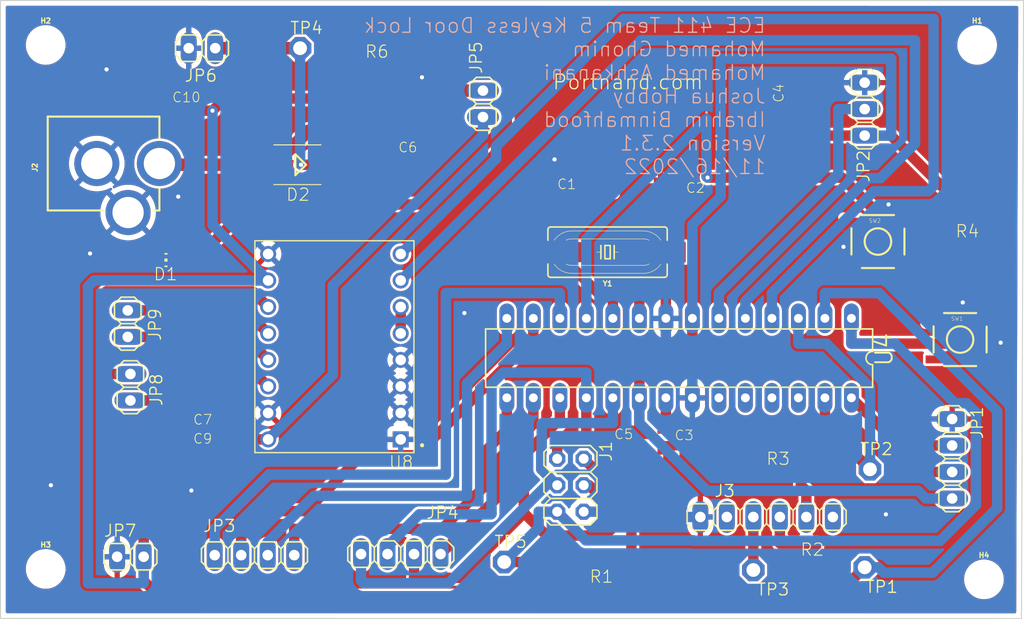
<source format=kicad_pcb>
(kicad_pcb (version 20211014) (generator pcbnew)
  (title_block (title "Keypad Door Lock PCB") (date "2022-11-16") (rev "2.3.1") (company "ECE 411 Team 5 Practicum"))
  (layers (0 "F.Cu" signal) (31 "B.Cu" signal) (34 "B.Paste" user) (35 "F.Paste" user) (36 "B.SilkS" user "B.Silkscreen") (37 "F.SilkS" user "F.Silkscreen") (38 "B.Mask" user) (39 "F.Mask" user) (44 "Edge.Cuts" user))
  (net 0 "")
  (net 1 "+5V")
  (net 2 "GND")
  (net 3 "Net-(C6-Pad1)")
  (net 4 "Net-(C9-Pad1)")
  (net 5 "Net-(J1-Pad5)")
  (net 6 "Net-(J3-Pad4)")
  (net 7 "Net-(C2-Pad2)")
  (net 8 "Net-(C1-Pad2)")
  (net 9 "Net-(J3-Pad5)")
  (net 10 "Net-(JP3-Pad4)")
  (net 11 "Net-(JP3-Pad3)")
  (net 12 "Net-(JP3-Pad2)")
  (net 13 "Net-(JP3-Pad1)")
  (net 14 "Net-(C3-Pad1)")
  (net 19 "Net-(D1-PadA)")
  (net 20 "Net-(JP4-Pad4)")
  (net 21 "Net-(J1-Pad4)")
  (net 22 "Net-(J1-Pad1)")
  (net 23 "Net-(U8-Pad5)")
  (net 24 "Net-(J1-Pad3)")
  (net 25 "Net-(JP1-Pad3)")
  (net 26 "Net-(JP1-Pad2)")
  (net 27 "Net-(JP8-Pad2)")
  (net 28 "Net-(JP9-Pad1)")
  (net 29 "Net-(JP9-Pad2)")
  (net 30 "Net-(JP8-Pad1)")
  (net 31 "+12V")
  (net 34 "Net-(J3-Pad3)")
  (net 35 "Net-(JP2-Pad2)")
  (net 36 "Net-(R2-Pad1)")
  (net 37 "Net-(R3-Pad1)")
  (net 38 "Net-(R4-Pad2)")
  (net 39 "Net-(U4-Pad4)")
  (net 40 "Net-(U4-Pad5)")
  (footprint "Keyless_Door:P1-13" (layer "F.Cu") (at 178.308 101.6)
    (fp_text reference "TP3")
    (fp_text value "Testpoint")
  )
  (footprint "Keyless_Door:1X03" (layer "F.Cu") (at 188.976 57.404 90)
    (fp_text reference "JP2")
    (fp_text value "Gnd&Input&Vcc5")
  )
  (footprint "Keyless_Door:R0805" (layer "F.Cu") (at 180.2638 91.9988)
    (fp_text reference "R3")
    (fp_text value "1K")
  )
  (footprint "Keyless_Door:2X03" (layer "F.Cu") (at 160.782 93.472 -90)
    (property "Value" "")
    (fp_text reference "J1")
    (fp_text value "3x2 ICSP_PINS")
  )
  (footprint "Keyless_Door:1X04" (layer "F.Cu") (at 144.526 100.076)
    (fp_text reference "JP4")
    (fp_text value "1X4 KEYPAD_PINS2")
  )
  (footprint "Keyless_Door:C0805K" (layer "F.Cu") (at 144.78 62.738)
    (fp_text reference "C6")
    (fp_text value "10u")
  )
  (footprint "Keyless_Door:C0805K" (layer "F.Cu") (at 128.27 86.614)
    (fp_text reference "C7")
    (fp_text value "100u")
  )
  (footprint "Keyless_Door:C0805K" (layer "F.Cu") (at 123.8348 57.5564 180)
    (fp_text reference "C10")
    (fp_text value "100n")
  )
  (footprint "Keyless_Door:P1-13" (layer "F.Cu") (at 134.874 51.562)
    (fp_text reference "TP4")
    (fp_text value "Testpoint")
  )
  (footprint "Keyless_Door:P1-13" (layer "F.Cu") (at 154.432 100.838)
    (fp_text reference "TP5")
    (fp_text value "Testpoint")
  )
  (footprint "Keyless_Door:C0805K" (layer "F.Cu") (at 170.418 64.77)
    (fp_text reference "C2")
    (fp_text value "30p")
  )
  (footprint "Keyless_Door:STAND-OFF" (layer "F.Cu") (at 110.5 101.5)
    (fp_text reference "H3")
    (fp_text value "STAND-OFF")
  )
  (footprint "Keyless_Door:R0805" (layer "F.Cu") (at 160.528 100.711 180)
    (fp_text reference "R1")
    (fp_text value "10K")
  )
  (footprint "Keyless_Door:C0805K" (layer "F.Cu") (at 163.3634 64.7446 180)
    (fp_text reference "C1")
    (fp_text value "30p")
  )
  (footprint "Keyless_Door:CHIP-LED0805" (layer "F.Cu") (at 122.174 71.882 90)
    (property "Value" "")
    (fp_text reference "D1")
    (fp_text value "LED")
  )
  (footprint "Keyless_Door:TACTILE_SWITCH_SMD" (layer "F.Cu") (at 198.12 79.502)
    (fp_text reference "SW1")
    (fp_text value "!Reset")
  )
  (footprint "Keyless_Door:C0805K" (layer "F.Cu") (at 128.302 89.0778 180)
    (fp_text reference "C9")
    (fp_text value "100u")
  )
  (footprint "Keyless_Door:MODULE_A4988_STEPPER_MOTOR_DRIVER_CARRIER" (layer "F.Cu") (at 138.1666 80.1878 180)
    (fp_text reference "U8")
    (fp_text value "A4988_STEPPER_MOTOR_DRIVER_CARRIER")
  )
  (footprint "Keyless_Door:HC49UP" (layer "F.Cu") (at 164.338 71.12 180)
    (fp_text reference "Y1")
    (fp_text value "16MHz")
  )
  (footprint "Keyless_Door:C0805K" (layer "F.Cu") (at 167.386 89.392 -90)
    (fp_text reference "C5")
    (fp_text value "100n")
  )
  (footprint "Keyless_Door:C0805K" (layer "F.Cu") (at 169.926 88.884 -90)
    (fp_text reference "C3")
    (fp_text value "100n")
  )
  (footprint "Keyless_Door:1X02" (layer "F.Cu") (at 152.4 56.896 90)
    (fp_text reference "JP5")
    (fp_text value "VOMT&12V")
  )
  (footprint "Keyless_Door:STAND-OFF" (layer "F.Cu") (at 199.75 51.25)
    (fp_text reference "H1")
    (fp_text value "STAND-OFF")
  )
  (footprint "Keyless_Door:1X04" (layer "F.Cu") (at 197.358 90.932 -90)
    (fp_text reference "JP1")
    (fp_text value "1x4 LCD_PINS")
  )
  (footprint "Keyless_Door:R0805" (layer "F.Cu") (at 141.666 53.848)
    (fp_text reference "R6")
    (fp_text value "1k")
  )
  (footprint "Keyless_Door:1X02" (layer "F.Cu") (at 118.618 84.074 90)
    (fp_text reference "JP8")
    (fp_text value "SM_P14&P11")
  )
  (footprint "Keyless_Door:1X06" (layer "F.Cu") (at 179.578 96.52)
    (property "Value" "")
    (fp_text reference "J3")
    (fp_text value "1x6 FTDL_PINS")
  )
  (footprint "Keyless_Door:TACTILE_SWITCH_SMD" (layer "F.Cu") (at 190.246 70.104)
    (fp_text reference "SW2")
    (fp_text value "Open")
  )
  (footprint "Keyless_Door:C0805K" (layer "F.Cu") (at 181.864 55.88 90)
    (fp_text reference "C4")
    (fp_text value "100n")
  )
  (footprint "Keyless_Door:R0805" (layer "F.Cu") (at 198.882 70.612 180)
    (fp_text reference "R4")
    (fp_text value "10K")
  )
  (footprint "Keyless_Door:1X02" (layer "F.Cu") (at 125.476 51.562 180)
    (fp_text reference "JP6")
    (fp_text value "InGND&In12")
  )
  (footprint "Keyless_Door:STAND-OFF" (layer "F.Cu") (at 110.5 51.25)
    (fp_text reference "H2")
    (fp_text value "STAND-OFF")
  )
  (footprint "Keyless_Door:R0805" (layer "F.Cu") (at 183.388 101.6)
    (fp_text reference "R2")
    (fp_text value "1K")
  )
  (footprint "Keyless_Door:P1-13" (layer "F.Cu") (at 188.976 101.346)
    (fp_text reference "TP1")
    (fp_text value "Testpoint")
  )
  (footprint "Keyless_Door:STAND-OFF" (layer "F.Cu") (at 200.406 102.5)
    (fp_text reference "H4")
    (fp_text value "STAND-OFF")
  )
  (footprint "Keyless_Door:DIL28-3" (layer "F.Cu") (at 171.196 81.28 180)
    (fp_text reference "U4")
    (fp_text value "ATMEGA328P-PU")
  )
  (footprint "Keyless_Door:P1-13" (layer "F.Cu") (at 189.484 91.948)
    (fp_text reference "TP2")
    (fp_text value "Testpoint")
  )
  (footprint "Keyless_Door:SMB" (layer "F.Cu") (at 134.62 62.738 180)
    (property "Value" "")
    (fp_text reference "D2")
    (fp_text value "M7")
  )
  (footprint "Keyless_Door:1X02" (layer "F.Cu") (at 118.364 77.978 -90)
    (fp_text reference "JP9")
    (fp_text value "SM_P12&P13")
  )
  (footprint "Keyless_Door:1X04" (layer "F.Cu") (at 130.5052 100.1776 180)
    (fp_text reference "JP3")
    (fp_text value "1X4 KEYPAD_PINS1")
  )
  (footprint "Keyless_Door:1X02" (layer "F.Cu") (at 118.618 100.33)
    (fp_text reference "JP7")
    (fp_text value "OutGND&Out5")
  )
  (footprint "Keyless_Door:POWER_JACK_PTH" (layer "F.Cu") (at 107.6955 62.6213 -90)
    (property "Value" "")
    (fp_text reference "J2")
    (fp_text value "Power Jack")
  )
  (gr_line (start 204 106.26) (end 106.172 106.25) (layer "Edge.Cuts") (width 0.1))
  (gr_line (start 106.172 46.99) (end 204.2 47) (layer "Edge.Cuts") (width 0.1))
  (gr_line (start 204.2 47) (end 204 106.26) (layer "Edge.Cuts") (width 0.1))
  (gr_line (start 106.172 106.25) (end 106.172 46.99) (layer "Edge.Cuts") (width 0.1))
  (gr_text "ECE 411 Team 5 Keyless Door Lock\nMohamed Ghonim\nMohamed Ashkanani\nJoshua Hobby\nIbrahim Binmahfood\nVersion 2.3.1\n11/16/2022" (at 179.578 63.754) (layer "B.SilkS") (effects (font (size 1.40208 1.40208) (thickness 0.12192)) (justify left bottom mirror)))
  (gr_text "Portnand.com" (at 159.004 55.626) (layer "F.SilkS") (effects (font (size 1.40208 1.40208) (thickness 0.12192)) (justify left bottom)))
  (segment (start 166.624 100.711) (end 166.624 95.504) (width 1) (layer "F.Cu") (net 1))
  (segment (start 124.835 57.5564) (end 126.485 57.5564) (width 1) (layer "F.Cu") (net 1))
  (segment (start 183.278 59.944) (end 188.976 59.944) (width 1) (layer "F.Cu") (net 1))
  (segment (start 127.653 56.388) (end 126.485 57.5564) (width 1) (layer "F.Cu") (net 1))
  (segment (start 169.691 82.6676) (end 172.466 79.8924) (width 1) (layer "F.Cu") (net 1))
  (segment (start 119.888 102.632) (end 121.396 104.14) (width 1) (layer "F.Cu") (net 1))
  (segment (start 181.864 58.53) (end 183.278 59.944) (width 1) (layer "F.Cu") (net 1))
  (segment (start 181.864 56.88) (end 181.864 58.53) (width 1) (layer "F.Cu") (net 1))
  (segment (start 167.386 82.6676) (end 169.691 82.6676) (width 1) (layer "F.Cu") (net 1))
  (segment (start 129.27 84.1128) (end 126.1992 84.1128) (width 1) (layer "F.Cu") (net 1))
  (segment (start 142.616 54.856) (end 141.084 56.388) (width 1) (layer "F.Cu") (net 1))
  (segment (start 172.466 79.8924) (end 172.466 77.47) (width 1) (layer "F.Cu") (net 1))
  (segment (start 125.476 84.836) (end 125.448576 84.836) (width 1) (layer "F.Cu") (net 1))
  (segment (start 191.5 59.944) (end 199.832 68.276) (width 1) (layer "F.Cu") (net 1))
  (segment (start 164.208 93.088) (end 162.052 90.932) (width 1) (layer "F.Cu") (net 1))
  (segment (start 166.428 88.392) (end 164.208 90.612) (width 1) (layer "F.Cu") (net 1))
  (segment (start 199.832 68.276) (end 199.832 70.612) (width 1) (layer "F.Cu") (net 1))
  (segment (start 164.208 90.612) (end 164.208 93.088) (width 1) (layer "F.Cu") (net 1))
  (segment (start 161.478 102.461) (end 161.478 100.711) (width 1) (layer "F.Cu") (net 1))
  (segment (start 119.888 100.33) (end 119.888 102.632) (width 1) (layer "F.Cu") (net 1))
  (segment (start 166.624 95.504) (end 164.208 93.088) (width 1) (layer "F.Cu") (net 1))
  (segment (start 188.976 59.944) (end 191.5 59.944) (width 1) (layer "F.Cu") (net 1))
  (segment (start 161.478 100.711) (end 166.624 100.711) (width 1) (layer "F.Cu") (net 1))
  (segment (start 125.448576 84.836) (end 119.888 90.396576) (width 1) (layer "F.Cu") (net 1))
  (segment (start 126.1992 84.1128) (end 125.476 84.836) (width 1) (layer "F.Cu") (net 1))
  (segment (start 129.27 86.614) (end 129.27 84.1128) (width 1) (layer "F.Cu") (net 1))
  (segment (start 121.396 104.14) (end 159.799 104.14) (width 1) (layer "F.Cu") (net 1))
  (segment (start 142.616 53.848) (end 142.616 54.856) (width 1) (layer "F.Cu") (net 1))
  (segment (start 124.835 57.5564) (end 124.8348 57.5564) (width 1) (layer "F.Cu") (net 1))
  (segment (start 167.386 88.392) (end 166.428 88.392) (width 1) (layer "F.Cu") (net 1))
  (segment (start 141.084 56.388) (end 127.653 56.388) (width 1) (layer "F.Cu") (net 1))
  (segment (start 119.888 90.396576) (end 119.888 100.33) (width 1) (layer "F.Cu") (net 1))
  (segment (start 167.386 88.392) (end 167.386 85.09) (width 1) (layer "F.Cu") (net 1))
  (segment (start 167.386 85.09) (end 167.386 82.6676) (width 1) (layer "F.Cu") (net 1))
  (segment (start 159.799 104.14) (end 161.478 102.461) (width 1) (layer "F.Cu") (net 1))
  (via (at 126.485 57.5564) (size 0.8) (drill 0.4) (layers "F.Cu" "B.Cu") (net 1))
  (segment (start 175.172 65.781324) (end 175.172 52.578) (width 1) (layer "B.Cu") (net 1))
  (segment (start 172.466 77.47) (end 172.466 68.487324) (width 1) (layer "B.Cu") (net 1))
  (segment (start 115.1382 73.8378) (end 114.546 74.43) (width 1) (layer "B.Cu") (net 1))
  (segment (start 194.834 94.742) (end 197.358 94.742) (width 1) (layer "B.Cu") (net 1))
  (segment (start 114.546 74.43) (end 114.546 100.433948) (width 1) (layer "B.Cu") (net 1))
  (segment (start 114.554 102.87) (end 119.888 102.87) (width 1) (layer "B.Cu") (net 1))
  (segment (start 131.8168 73.8376) (end 126.485 68.5061) (width 1) (layer "B.Cu") (net 1))
  (segment (start 167.386 87.5124) (end 173.886 94.0121) (width 1) (layer "B.Cu") (net 1))
  (segment (start 114.554 100.441948) (end 114.554 102.87) (width 1) (layer "B.Cu") (net 1))
  (segment (start 119.888 102.87) (end 119.888 100.33) (width 1) (layer "B.Cu") (net 1))
  (segment (start 172.466 68.487324) (end 175.172 65.781324) (width 1) (layer "B.Cu") (net 1))
  (segment (start 173.886 94.0121) (end 194.104 94.0121) (width 1) (layer "B.Cu") (net 1))
  (segment (start 126.485 68.5061) (end 126.485 57.5564) (width 1) (layer "B.Cu") (net 1))
  (segment (start 191.516 59.944) (end 188.976 59.944) (width 1) (layer "B.Cu") (net 1))
  (segment (start 191.516 52.578) (end 191.516 59.944) (width 1) (layer "B.Cu") (net 1))
  (segment (start 175.172 52.578) (end 191.516 52.578) (width 1) (layer "B.Cu") (net 1))
  (segment (start 131.8166 73.8378) (end 131.8168 73.8376) (width 1) (layer "B.Cu") (net 1))
  (segment (start 131.8166 73.8378) (end 115.1382 73.8378) (width 1) (layer "B.Cu") (net 1))
  (segment (start 194.104 94.0121) (end 194.834 94.742) (width 1) (layer "B.Cu") (net 1))
  (segment (start 167.386 85.09) (end 167.386 87.5124) (width 1) (layer "B.Cu") (net 1))
  (segment (start 114.546 100.433948) (end 114.554 100.441948) (width 1) (layer "B.Cu") (net 1))
  (segment (start 169.926 75.0476) (end 170.0436 74.93) (width 1) (layer "F.Cu") (net 2))
  (segment (start 170.0436 74.93) (end 173.736 74.93) (width 1) (layer "F.Cu") (net 2))
  (segment (start 187.325 68.58) (end 187.706 68.199) (width 1) (layer "F.Cu") (net 2))
  (segment (start 144.517 89.0778) (end 144.5166 89.0778) (width 1) (layer "F.Cu") (net 2))
  (segment (start 169.926 77.47) (end 169.926 75.0476) (width 1) (layer "F.Cu") (net 2))
  (segment (start 173.736 74.93) (end 180.086 68.58) (width 1) (layer "F.Cu") (net 2))
  (segment (start 121.124 71.882) (end 121.124 72.0072) (width 1) (layer "F.Cu") (net 2))
  (segment (start 172.466 85.09) (end 172.466 85.7124) (width 1) (layer "F.Cu") (net 2))
  (segment (start 180.086 68.58) (end 187.325 68.58) (width 1) (layer "F.Cu") (net 2))
  (segment (start 122.835 57.5564) (end 122.8348 57.5564) (width 1) (layer "F.Cu") (net 2))
  (via (at 191.262 66.548) (size 0.8) (drill 0.4) (layers "F.Cu" "B.Cu") (net 2))
  (via (at 116.332 53.594) (size 0.8) (drill 0.4) (layers "F.Cu" "B.Cu") (net 2))
  (via (at 123.2 65.8) (size 0.8) (drill 0.4) (layers "F.Cu" "B.Cu") (net 2))
  (via (at 110.998 93.472) (size 0.8) (drill 0.4) (layers "F.Cu" "B.Cu") (net 2))
  (via (at 159.258 62.23) (size 0.8) (drill 0.4) (layers "F.Cu" "B.Cu") (net 2))
  (via (at 198.374 75.946) (size 0.8) (drill 0.4) (layers "F.Cu" "B.Cu") (net 2))
  (via (at 186.944 70.612) (size 0.8) (drill 0.4) (layers "F.Cu" "B.Cu") (net 2))
  (via (at 202 79.8) (size 0.8) (drill 0.4) (layers "F.Cu" "B.Cu") (net 2))
  (via (at 124.46 93.98) (size 0.8) (drill 0.4) (layers "F.Cu" "B.Cu") (net 2))
  (via (at 191.008 96.266) (size 0.8) (drill 0.4) (layers "F.Cu" "B.Cu") (net 2))
  (via (at 114.75 71.25) (size 0.8) (drill 0.4) (layers "F.Cu" "B.Cu") (net 2))
  (via (at 146.558 54.356) (size 0.8) (drill 0.4) (layers "F.Cu" "B.Cu") (net 2))
  (via (at 150.622 76.962) (size 0.8) (drill 0.4) (layers "F.Cu" "B.Cu") (net 2))
  (segment (start 163.828 96.012) (end 162.052 96.012) (width 1) (layer "B.Cu") (net 2))
  (segment (start 169.926 79.8924) (end 172.466 82.4324) (width 1) (layer "B.Cu") (net 2))
  (segment (start 169.926 77.47) (end 169.926 79.8924) (width 1) (layer "B.Cu") (net 2))
  (segment (start 164.336 96.52) (end 163.828 96.012) (width 1) (layer "B.Cu") (net 2))
  (segment (start 173.228 96.52) (end 164.336 96.52) (width 1) (layer "B.Cu") (net 2))
  (segment (start 172.466 82.4324) (end 172.466 85.09) (width 1) (layer "B.Cu") (net 2))
  (segment (start 136.82 62.738) (end 134.966 62.738) (width 1) (layer "F.Cu") (net 3))
  (segment (start 143.78 62.738) (end 136.82 62.738) (width 1) (layer "F.Cu") (net 3))
  (segment (start 134.874 51.562) (end 126.746 51.562) (width 1.2) (layer "F.Cu") (net 3))
  (via (at 134.966 62.738) (size 0.8) (drill 0.4) (layers "F.Cu" "B.Cu") (net 3))
  (segment (start 134.874 51.562) (end 134.874 62.646) (width 1) (layer "B.Cu") (net 3))
  (segment (start 134.874 62.646) (end 134.966 62.738) (width 1) (layer "B.Cu") (net 3))
  (segment (start 131.8166 89.0778) (end 129.302 89.0778) (width 1) (layer "F.Cu") (net 4))
  (segment (start 152.4 58.166) (end 152.4 59.928) (width 1) (layer "B.Cu") (net 4))
  (segment (start 138.014 82.8799) (end 131.817 89.0778) (width 1) (layer "B.Cu") (net 4))
  (segment (start 138.014 74.3135) (end 138.014 82.8799) (width 1) (layer "B.Cu") (net 4))
  (segment (start 152.4 59.928) (end 138.014 74.3135) (width 1) (layer "B.Cu") (net 4))
  (segment (start 131.8166 89.0778) (end 131.817 89.0778) (width 1) (layer "B.Cu") (net 4))
  (segment (start 200.66 77.597) (end 198.898 77.597) (width 1) (layer "F.Cu") (net 5))
  (segment (start 196.6026 79.8924) (end 187.706 79.8924) (width 1) (layer "F.Cu") (net 5))
  (segment (start 157.928 100.711) (end 159.578 100.711) (width 1) (layer "F.Cu") (net 5))
  (segment (start 187.706 79.8924) (end 187.706 77.47) (width 1) (layer "F.Cu") (net 5))
  (segment (start 157.801 100.838) (end 157.928 100.711) (width 1) (layer "F.Cu") (net 5))
  (segment (start 154.432 100.838) (end 157.801 100.838) (width 1) (layer "F.Cu") (net 5))
  (segment (start 198.898 77.597) (end 196.6026 79.8924) (width 1) (layer "F.Cu") (net 5))
  (segment (start 199.636 86.494052) (end 199.636 95.369948) (width 1) (layer "B.Cu") (net 5))
  (segment (start 187.706 79.8924) (end 191.9064 79.8924) (width 1) (layer "B.Cu") (net 5))
  (segment (start 187.706 77.47) (end 187.706 79.8924) (width 1) (layer "B.Cu") (net 5))
  (segment (start 172.565552 98.7635) (end 162.264 98.7635) (width 1) (layer "B.Cu") (net 5))
  (segment (start 191.9064 79.8924) (end 197.62 85.606) (width 1) (layer "B.Cu") (net 5))
  (segment (start 154.432 100.838) (end 157.736 97.5345) (width 1) (layer "B.Cu") (net 5))
  (segment (start 172.600052 98.798) (end 172.565552 98.7635) (width 1) (layer "B.Cu") (net 5))
  (segment (start 199.636 95.369948) (end 196.207948 98.798) (width 1) (layer "B.Cu") (net 5))
  (segment (start 157.736 96.012) (end 159.512 96.012) (width 1) (layer "B.Cu") (net 5))
  (segment (start 197.62 85.606) (end 198.747948 85.606) (width 1) (layer "B.Cu") (net 5))
  (segment (start 198.747948 85.606) (end 199.636 86.494052) (width 1) (layer "B.Cu") (net 5))
  (segment (start 162.264 98.7635) (end 159.512 96.012) (width 1) (layer "B.Cu") (net 5))
  (segment (start 196.207948 98.798) (end 172.600052 98.798) (width 1) (layer "B.Cu") (net 5))
  (segment (start 157.736 97.5345) (end 157.736 96.012) (width 1) (layer "B.Cu") (net 5))
  (segment (start 184.388 99.044) (end 184.404 99.06) (width 1) (layer "F.Cu") (net 6))
  (segment (start 180.848 99.044) (end 184.388 99.044) (width 1) (layer "F.Cu") (net 6))
  (segment (start 184.338 99.126) (end 184.338 101.6) (width 1) (layer "F.Cu") (net 6))
  (segment (start 184.404 99.06) (end 184.338 99.126) (width 1) (layer "F.Cu") (net 6))
  (segment (start 180.848 99.044) (end 180.848 96.52) (width 1) (layer "F.Cu") (net 6))
  (segment (start 167.386 72.898) (end 169.164 71.12) (width 1) (layer "F.Cu") (net 7))
  (segment (start 171.418 66.326) (end 171.418 64.77) (width 1) (layer "F.Cu") (net 7))
  (segment (start 167.386 77.47) (end 167.386 72.898) (width 1) (layer "F.Cu") (net 7))
  (segment (start 169.164 68.58) (end 171.418 66.326) (width 1) (layer "F.Cu") (net 7))
  (segment (start 169.164 71.12) (end 169.164 68.58) (width 1) (layer "F.Cu") (net 7))
  (segment (start 164.846 75.0476) (end 163.4396 75.0476) (width 1) (layer "F.Cu") (net 8))
  (segment (start 162.363 65.6446) (end 162.3634 65.6442) (width 1) (layer "F.Cu") (net 8))
  (segment (start 162.363 64.7446) (end 162.363 65.6446) (width 1) (layer "F.Cu") (net 8))
  (segment (start 163.4396 75.0476) (end 159.512 71.12) (width 1) (layer "F.Cu") (net 8))
  (segment (start 164.846 77.47) (end 164.846 75.0476) (width 1) (layer "F.Cu") (net 8))
  (segment (start 162.3634 65.6442) (end 162.3634 64.7446) (width 1) (layer "F.Cu") (net 8))
  (segment (start 159.512 68.4956) (end 162.363 65.6446) (width 1) (layer "F.Cu") (net 8))
  (segment (start 159.512 71.12) (end 159.512 68.4956) (width 1) (layer "F.Cu") (net 8))
  (segment (start 183.388 96.52) (end 183.388 93.996) (width 1) (layer "F.Cu") (net 9))
  (segment (start 183.388 93.996) (end 182.864 93.4718) (width 1) (layer "F.Cu") (net 9))
  (segment (start 182.864 93.4718) (end 182.864 91.9988) (width 1) (layer "F.Cu") (net 9))
  (segment (start 182.864 91.9988) (end 181.214 91.9988) (width 1) (layer "F.Cu") (net 9))
  (segment (start 181.214 91.9988) (end 181.2138 91.9988) (width 1) (layer "F.Cu") (net 9))
  (segment (start 126.695 97.6536) (end 131.8926 92.456) (width 1) (layer "B.Cu") (net 10))
  (segment (start 131.8926 92.456) (end 148.844 92.456) (width 1) (layer "B.Cu") (net 10))
  (segment (start 148.844 92.456) (end 148.844 75.0476) (width 1) (layer "B.Cu") (net 10))
  (segment (start 148.844 75.0476) (end 159.766 75.0476) (width 1) (layer "B.Cu") (net 10))
  (segment (start 126.695 100.178) (end 126.695 98.9158) (width 1) (layer "B.Cu") (net 10))
  (segment (start 126.695 98.9158) (end 126.6952 98.916) (width 1) (layer "B.Cu") (net 10))
  (segment (start 126.6952 98.916) (end 126.6952 100.1776) (width 1) (layer "B.Cu") (net 10))
  (segment (start 159.766 75.0476) (end 159.766 77.47) (width 1) (layer "B.Cu") (net 10))
  (segment (start 126.695 98.9158) (end 126.695 97.6536) (width 1) (layer "B.Cu") (net 10))
  (segment (start 140.7972 90.5968) (end 135.4379 95.9561) (width 1) (layer "F.Cu") (net 11))
  (segment (start 146.0356 90.5968) (end 140.7972 90.5968) (width 1) (layer "F.Cu") (net 11))
  (segment (start 129.2352 98.916) (end 129.2352 100.1776) (width 1) (layer "F.Cu") (net 11))
  (segment (start 157.226 77.47) (end 157.226 79.8924) (width 1) (layer "F.Cu") (net 11))
  (segment (start 135.4379 95.9561) (end 130.933 95.9561) (width 1) (layer "F.Cu") (net 11))
  (segment (start 129.235 98.9158) (end 129.2352 98.916) (width 1) (layer "F.Cu") (net 11))
  (segment (start 129.235 97.6536) (end 129.235 98.9158) (width 1) (layer "F.Cu") (net 11))
  (segment (start 157.226 79.8924) (end 156.74 79.8924) (width 1) (layer "F.Cu") (net 11))
  (segment (start 130.933 95.9561) (end 129.235 97.6536) (width 1) (layer "F.Cu") (net 11))
  (segment (start 129.235 98.9158) (end 129.235 100.178) (width 1) (layer "F.Cu") (net 11))
  (segment (start 156.74 79.8924) (end 146.0356 90.5968) (width 1) (layer "F.Cu") (net 11))
  (segment (start 136.2028 94.488) (end 131.775 98.9158) (width 1) (layer "B.Cu") (net 12))
  (segment (start 150.876 83.7024) (end 150.876 94.488) (width 1) (layer "B.Cu") (net 12))
  (segment (start 131.775 98.9158) (end 131.7752 98.916) (width 1) (layer "B.Cu") (net 12))
  (segment (start 131.775 98.9158) (end 131.775 100.178) (width 1) (layer "B.Cu") (net 12))
  (segment (start 154.686 77.47) (end 154.686 79.8924) (width 1) (layer "B.Cu") (net 12))
  (segment (start 150.876 94.488) (end 136.2028 94.488) (width 1) (layer "B.Cu") (net 12))
  (segment (start 154.686 79.8924) (end 150.876 83.7024) (width 1) (layer "B.Cu") (net 12))
  (segment (start 131.7752 98.916) (end 131.7752 100.1776) (width 1) (layer "B.Cu") (net 12))
  (segment (start 152.4 90.426288) (end 154.686 88.140288) (width 1) (layer "F.Cu") (net 13))
  (segment (start 134.315 97.6536) (end 148.4724 97.6536) (width 1) (layer "F.Cu") (net 13))
  (segment (start 148.4724 97.6536) (end 152.4 93.726) (width 1) (layer "F.Cu") (net 13))
  (segment (start 154.686 88.140288) (end 154.686 85.09) (width 1) (layer "F.Cu") (net 13))
  (segment (start 134.3152 98.916) (end 134.3152 100.1776) (width 1) (layer "F.Cu") (net 13))
  (segment (start 134.315 98.9158) (end 134.315 97.6536) (width 1) (layer "F.Cu") (net 13))
  (segment (start 152.4 93.726) (end 152.4 90.426288) (width 1) (layer "F.Cu") (net 13))
  (segment (start 134.315 98.9158) (end 134.3152 98.916) (width 1) (layer "F.Cu") (net 13))
  (segment (start 134.315 100.178) (end 134.315 98.9158) (width 1) (layer "F.Cu") (net 13))
  (segment (start 169.926 87.884) (end 169.926 85.09) (width 1) (layer "F.Cu") (net 14))
  (segment (start 154.678 58.7939) (end 154.678 54.9981) (width 1) (layer "F.Cu") (net 19))
  (segment (start 154.678 54.9981) (end 152.024 52.344) (width 1) (layer "F.Cu") (net 19))
  (segment (start 124.824 71.882) (end 130.158 66.548) (width 1) (layer "F.Cu") (net 19))
  (segment (start 152.024 52.344) (end 141.212 52.344) (width 1) (layer "F.Cu") (net 19))
  (segment (start 123.224 71.882) (end 124.824 71.882) (width 1) (layer "F.Cu") (net 19))
  (segment (start 146.924 66.548) (end 154.678 58.7939) (width 1) (layer "F.Cu") (net 19))
  (segment (start 130.158 66.548) (end 146.924 66.548) (width 1) (layer "F.Cu") (net 19))
  (segment (start 140.716 52.84) (end 140.716 53.848) (width 1) (layer "F.Cu") (net 19))
  (segment (start 141.212 52.344) (end 140.716 52.84) (width 1) (layer "F.Cu") (net 19))
  (segment (start 154.178 94.234) (end 148.336 100.076) (width 1) (layer "F.Cu") (net 20))
  (segment (start 157.226 85.09) (end 157.226 87.63) (width 1) (layer "F.Cu") (net 20))
  (segment (start 157.226 87.63) (end 154.178 90.678) (width 1) (layer "F.Cu") (net 20))
  (segment (start 154.178 90.678) (end 154.178 94.234) (width 1) (layer "F.Cu") (net 20))
  (segment (start 156.317 96.159) (end 150.122 102.354) (width 1) (layer "F.Cu") (net 21))
  (segment (start 156.317 94.9331) (end 156.317 96.119) (width 1) (layer "F.Cu") (net 21))
  (segment (start 156.317 94.9331) (end 156.317 96.159) (width 1) (layer "F.Cu") (net 21))
  (segment (start 156.317 90.604) (end 156.317 94.9331) (width 1) (layer "F.Cu") (net 21))
  (segment (start 159.409 87.5124) (end 156.317 90.604) (width 1) (layer "F.Cu") (net 21))
  (segment (start 164.084 98.298) (end 164.846 97.536) (width 1) (layer "F.Cu") (net 21))
  (segment (start 162.56 93.472) (end 162.052 93.472) (width 1) (layer "F.Cu") (net 21))
  (segment (start 145.796 102.354) (end 145.796 100.076) (width 1) (layer "F.Cu") (net 21))
  (segment (start 164.846 95.758) (end 162.56 93.472) (width 1) (layer "F.Cu") (net 21))
  (segment (start 156.317 96.119) (end 158.496 98.298) (width 1) (layer "F.Cu") (net 21))
  (segment (start 150.122 102.354) (end 145.796 102.354) (width 1) (layer "F.Cu") (net 21))
  (segment (start 159.766 85.09) (end 159.766 87.5124) (width 1) (layer "F.Cu") (net 21))
  (segment (start 158.496 98.298) (end 164.084 98.298) (width 1) (layer "F.Cu") (net 21))
  (segment (start 164.846 97.536) (end 164.846 95.758) (width 1) (layer "F.Cu") (net 21))
  (segment (start 159.766 87.5124) (end 159.409 87.5124) (width 1) (layer "F.Cu") (net 21))
  (segment (start 159.539226 89.1555) (end 162.306 89.1555) (width 1) (layer "F.Cu") (net 22))
  (segment (start 159.512 89.182723) (end 159.539226 89.1555) (width 1) (layer "F.Cu") (net 22))
  (segment (start 162.306 89.1555) (end 162.306 85.09) (width 1) (layer "F.Cu") (net 22))
  (segment (start 159.512 90.932) (end 159.512 89.182723) (width 1) (layer "F.Cu") (net 22))
  (segment (start 153.221 96.207) (end 153.162 96.266) (width 1) (layer "B.Cu") (net 22))
  (segment (start 154.325 82.6676) (end 153.221 83.7719) (width 1) (layer "B.Cu") (net 22))
  (segment (start 153.162 96.266) (end 146.304 96.266) (width 1) (layer "B.Cu") (net 22))
  (segment (start 153.221 83.7719) (end 153.221 96.207) (width 1) (layer "B.Cu") (net 22))
  (segment (start 146.304 96.266) (end 143.256 99.314) (width 1) (layer "B.Cu") (net 22))
  (segment (start 143.256 99.314) (end 143.256 100.076) (width 1) (layer "B.Cu") (net 22))
  (segment (start 162.306 82.6676) (end 154.325 82.6676) (width 1) (layer "B.Cu") (net 22))
  (segment (start 162.306 85.09) (end 162.306 82.6676) (width 1) (layer "B.Cu") (net 22))
  (segment (start 144.5166 76.3778) (end 144.5166 78.9178) (width 1) (layer "F.Cu") (net 23))
  (segment (start 158.031 87.587) (end 158.031 90.250666) (width 1) (layer "B.Cu") (net 24))
  (segment (start 140.716 100.076) (end 140.716 102.6) (width 1) (layer "B.Cu") (net 24))
  (segment (start 140.986 102.87) (end 149.098 102.87) (width 1) (layer "B.Cu") (net 24))
  (segment (start 158.671 92.6305) (end 159.512 93.472) (width 1) (layer "B.Cu") (net 24))
  (segment (start 158.671 93.297) (end 158.671 92.6305) (width 1) (layer "B.Cu") (net 24))
  (segment (start 158.031 90.250666) (end 157.983 90.298666) (width 1) (layer "B.Cu") (net 24))
  (segment (start 149.098 102.87) (end 158.671 93.297) (width 1) (layer "B.Cu") (net 24))
  (segment (start 158.1056 87.5124) (end 158.031 87.587) (width 1) (layer "B.Cu") (net 24))
  (segment (start 164.846 87.5124) (end 158.1056 87.5124) (width 1) (layer "B.Cu") (net 24))
  (segment (start 164.846 85.09) (end 164.846 87.5124) (width 1) (layer "B.Cu") (net 24))
  (segment (start 140.716 102.6) (end 140.986 102.87) (width 1) (layer "B.Cu") (net 24))
  (segment (start 157.983 91.9425) (end 158.671 92.6305) (width 1) (layer "B.Cu") (net 24))
  (segment (start 157.983 90.298666) (end 157.983 91.9425) (width 1) (layer "B.Cu") (net 24))
  (segment (start 187.644 87.5124) (end 192.334 92.202) (width 1) (layer "F.Cu") (net 25))
  (segment (start 192.334 92.202) (end 197.358 92.202) (width 1) (layer "F.Cu") (net 25))
  (segment (start 185.166 85.09) (end 185.166 87.5124) (width 1) (layer "F.Cu") (net 25))
  (segment (start 185.166 87.5124) (end 187.644 87.5124) (width 1) (layer "F.Cu") (net 25))
  (segment (start 192.278 89.662) (end 187.706 85.09) (width 1) (layer "F.Cu") (net 26))
  (segment (start 197.358 89.662) (end 192.278 89.662) (width 1) (layer "F.Cu") (net 26))
  (segment (start 118.618 82.804) (end 116.332 82.804) (width 1) (layer "F.Cu") (net 27))
  (segment (start 116.332 82.804) (end 116.086 82.558) (width 1) (layer "F.Cu") (net 27))
  (segment (start 116.086 75.1224) (end 116.086 82.558) (width 1) (layer "F.Cu") (net 27))
  (segment (start 131.093 75.6539) (end 131.817 76.3778) (width 1) (layer "F.Cu") (net 27))
  (segment (start 131.093 75.6539) (end 131.8166 76.3775) (width 1) (layer "F.Cu") (net 27))
  (segment (start 131.8166 76.3775) (end 131.8166 76.3778) (width 1) (layer "F.Cu") (net 27))
  (segment (start 116.332 74.8764) (end 116.086 75.1224) (width 1) (layer "F.Cu") (net 27))
  (segment (start 131.093 75.6539) (end 130.3155 74.8764) (width 1) (layer "F.Cu") (net 27))
  (segment (start 130.3155 74.8764) (end 116.332 74.8764) (width 1) (layer "F.Cu") (net 27))
  (segment (start 129.6072 76.708) (end 131.8168 78.9176) (width 1) (layer "F.Cu") (net 28))
  (segment (start 118.364 76.708) (end 129.6072 76.708) (width 1) (layer "F.Cu") (net 28))
  (segment (start 129.3532 78.994) (end 131.8168 81.4576) (width 1) (layer "F.Cu") (net 29))
  (segment (start 129.3532 78.994) (end 129.0992 79.248) (width 1) (layer "F.Cu") (net 29))
  (segment (start 129.0992 79.248) (end 118.364 79.248) (width 1) (layer "F.Cu") (net 29))
  (segment (start 131.8166 83.9978) (end 131.8168 83.9976) (width 1) (layer "F.Cu") (net 30))
  (segment (start 123.444 82.296) (end 120.396 85.344) (width 1) (layer "F.Cu") (net 30))
  (segment (start 130.1152 82.296) (end 123.444 82.296) (width 1) (layer "F.Cu") (net 30))
  (segment (start 131.8168 83.9976) (end 130.1152 82.296) (width 1) (layer "F.Cu") (net 30))
  (segment (start 120.396 85.344) (end 118.618 85.344) (width 1) (layer "F.Cu") (net 30))
  (segment (start 121.5122 62.738) (end 121.3955 62.6213) (width 1) (layer "F.Cu") (net 31))
  (segment (start 132.42 62.738) (end 121.5122 62.738) (width 1.2) (layer "F.Cu") (net 31))
  (segment (start 149.876 55.626) (end 152.4 55.626) (width 1.2) (layer "F.Cu") (net 31))
  (segment (start 146.002 59.5) (end 149.876 55.626) (width 1.2) (layer "F.Cu") (net 31))
  (segment (start 132.42 62.738) (end 135.658 59.5) (width 1.2) (layer "F.Cu") (net 31))
  (segment (start 135.658 59.5) (end 146.002 59.5) (width 1.2) (layer "F.Cu") (net 31))
  (segment (start 178.308 101.6) (end 178.308 96.52) (width 1) (layer "F.Cu") (net 34))
  (segment (start 175.006 75.0476) (end 186.452 63.6016) (width 1) (layer "B.Cu") (net 35))
  (segment (start 186.452 57.404) (end 188.976 57.404) (width 1) (layer "B.Cu") (net 35))
  (segment (start 186.452 63.6016) (end 186.452 57.404) (width 1) (layer "B.Cu") (net 35))
  (segment (start 175.006 77.47) (end 175.006 75.0476) (width 1) (layer "B.Cu") (net 35))
  (segment (start 182.758 101.92) (end 182.438 101.6) (width 1) (layer "F.Cu") (net 36))
  (segment (start 182.758 103.378) (end 182.758 101.92) (width 1) (layer "F.Cu") (net 36))
  (segment (start 182.758 103.378) (end 186.944 103.378) (width 1) (layer "F.Cu") (net 36))
  (segment (start 186.944 103.378) (end 188.976 101.346) (width 1) (layer "F.Cu") (net 36))
  (segment (start 190.2968 101.346) (end 188.976 101.346) (width 1) (layer "B.Cu") (net 36))
  (segment (start 201.676 95.664471) (end 195.486471 101.854) (width 1) (layer "B.Cu") (net 36))
  (segment (start 190.3636 75.0476) (end 201.676 86.36) (width 1) (layer "B.Cu") (net 36))
  (segment (start 195.486471 101.854) (end 190.8048 101.854) (width 1) (layer "B.Cu") (net 36))
  (segment (start 190.8048 101.854) (end 190.2968 101.346) (width 1) (layer "B.Cu") (net 36))
  (segment (start 201.676 86.36) (end 201.676 95.664471) (width 1) (layer "B.Cu") (net 36))
  (segment (start 185.166 75.0476) (end 190.3636 75.0476) (width 1) (layer "B.Cu") (net 36))
  (segment (start 185.166 77.47) (end 185.166 75.0476) (width 1) (layer "B.Cu") (net 36))
  (segment (start 186.69 89.154) (end 189.484 91.948) (width 1) (layer "F.Cu") (net 37))
  (segment (start 179.314 91.2165) (end 179.314 90.4342) (width 1) (layer "F.Cu") (net 37))
  (segment (start 179.314 91.9988) (end 179.314 91.2165) (width 1) (layer "F.Cu") (net 37))
  (segment (start 180.594 89.154) (end 186.69 89.154) (width 1) (layer "F.Cu") (net 37))
  (segment (start 179.314 91.2165) (end 179.3138 91.2167) (width 1) (layer "F.Cu") (net 37))
  (segment (start 179.314 90.4342) (end 180.594 89.154) (width 1) (layer "F.Cu") (net 37))
  (segment (start 179.3138 91.2167) (end 179.3138 91.9988) (width 1) (layer "F.Cu") (net 37))
  (segment (start 182.626 77.47) (end 182.626 79.8924) (width 1) (layer "B.Cu") (net 37))
  (segment (start 185.3024 79.8924) (end 189.484 84.074) (width 1) (layer "B.Cu") (net 37))
  (segment (start 182.626 79.8924) (end 185.3024 79.8924) (width 1) (layer "B.Cu") (net 37))
  (segment (start 189.484 84.074) (end 189.484 91.948) (width 1) (layer "B.Cu") (net 37))
  (segment (start 192.786 68.199) (end 194.548 68.199) (width 1) (layer "F.Cu") (net 38))
  (segment (start 192.786 68.199) (end 191.024 68.199) (width 1) (layer "F.Cu") (net 38))
  (segment (start 194.548 68.199) (end 196.282 69.933) (width 1) (layer "F.Cu") (net 38))
  (segment (start 196.282 69.933) (end 196.282 70.612) (width 1) (layer "F.Cu") (net 38))
  (segment (start 186.795 63.9704) (end 173.918 63.9704) (width 1) (layer "F.Cu") (net 38))
  (segment (start 191.024 68.199) (end 186.795 63.9704) (width 1) (layer "F.Cu") (net 38))
  (segment (start 196.282 70.612) (end 197.932 70.612) (width 1) (layer "F.Cu") (net 38))
  (via (at 173.918 63.9704) (size 0.8) (drill 0.4) (layers "F.Cu" "B.Cu") (net 38))
  (segment (start 173.819 58.337) (end 162.306 69.85) (width 1) (layer "B.Cu") (net 38))
  (segment (start 173.819 63.8714) (end 173.819 58.337) (width 1) (layer "B.Cu") (net 38))
  (segment (start 162.306 69.85) (end 162.306 77.47) (width 1) (layer "B.Cu") (net 38))
  (segment (start 173.918 63.9704) (end 173.819 63.8714) (width 1) (layer "B.Cu") (net 38))
  (segment (start 195.58 48.768) (end 165.862 48.768) (width 1) (layer "B.Cu") (net 39))
  (segment (start 195.072 65.278) (end 195.58 64.77) (width 1) (layer "B.Cu") (net 39))
  (segment (start 153.654 60.976) (end 153.654 62.1604) (width 1) (layer "B.Cu") (net 39))
  (segment (start 180.086 77.47) (end 180.086 75.0476) (width 1) (layer "B.Cu") (net 39))
  (segment (start 180.086 75.0476) (end 189.8556 65.278) (width 1) (layer "B.Cu") (net 39))
  (segment (start 153.654 62.1604) (end 144.5166 71.2978) (width 1) (layer "B.Cu") (net 39))
  (segment (start 195.58 64.77) (end 195.58 48.768) (width 1) (layer "B.Cu") (net 39))
  (segment (start 189.8556 65.278) (end 195.072 65.278) (width 1) (layer "B.Cu") (net 39))
  (segment (start 165.862 48.768) (end 153.654 60.976) (width 1) (layer "B.Cu") (net 39))
  (segment (start 193.802 50.8) (end 167.5544 50.8) (width 1) (layer "B.Cu") (net 40))
  (segment (start 167.5544 50.8) (end 144.5166 73.8378) (width 1) (layer "B.Cu") (net 40))
  (segment (start 177.546 75.814176) (end 189.336176 64.024) (width 1) (layer "B.Cu") (net 40))
  (segment (start 193.802 60.706) (end 193.802 50.8) (width 1) (layer "B.Cu") (net 40))
  (segment (start 190.484 64.024) (end 193.802 60.706) (width 1) (layer "B.Cu") (net 40))
  (segment (start 189.336176 64.024) (end 190.484 64.024) (width 1) (layer "B.Cu") (net 40))
  (segment (start 177.546 77.47) (end 177.546 75.814176) (width 1) (layer "B.Cu") (net 40))
  (zone (net 2) (net_name "GND") (layer "F.Cu") (connect_pads (clearance 0.508)) (min_thickness 0.254) (fill yes (thermal_gap 0.508) (thermal_bridge_width 0.508))
    (polygon (pts (xy 204 106.25) (xy 106.168883 106.275487) (xy 106.172 47) (xy 204.2 47)))
  )
  (zone (net 2) (net_name "GND") (layer "B.Cu") (connect_pads (clearance 0.508)) (min_thickness 0.254) (fill yes (thermal_gap 0.508) (thermal_bridge_width 0.508))
    (polygon (pts (xy 204 106.25) (xy 106.168885 106.276006) (xy 106.172 47) (xy 204.2 47)))
  )
)
</source>
